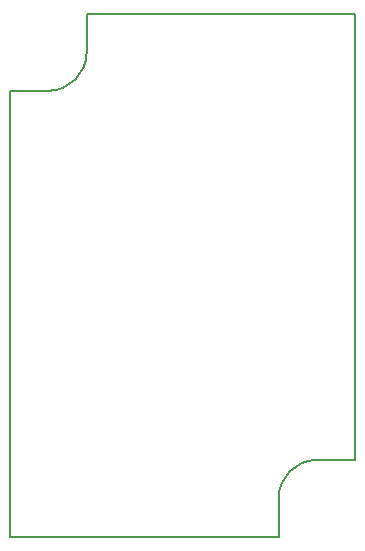
<source format=gbr>
%TF.GenerationSoftware,KiCad,Pcbnew,9.0.3*%
%TF.CreationDate,2025-07-22T15:46:12+03:00*%
%TF.ProjectId,buzzer_door_detect_board,62757a7a-6572-45f6-946f-6f725f646574,rev?*%
%TF.SameCoordinates,Original*%
%TF.FileFunction,Profile,NP*%
%FSLAX46Y46*%
G04 Gerber Fmt 4.6, Leading zero omitted, Abs format (unit mm)*
G04 Created by KiCad (PCBNEW 9.0.3) date 2025-07-22 15:46:12*
%MOMM*%
%LPD*%
G01*
G04 APERTURE LIST*
%TA.AperFunction,Profile*%
%ADD10C,0.200000*%
%TD*%
G04 APERTURE END LIST*
D10*
X40250000Y-87250000D02*
X40250000Y-49500000D01*
X69500000Y-80749670D02*
X69500000Y-43000000D01*
X46750330Y-46250330D02*
G75*
G02*
X43500330Y-49500330I-3250330J330D01*
G01*
X40250000Y-87250000D02*
X63000000Y-87250000D01*
X69500000Y-43000000D02*
X46750000Y-43000000D01*
X46750000Y-43000000D02*
X46750000Y-46250000D01*
X63000000Y-87250000D02*
X63000000Y-84000000D01*
X66250000Y-80749670D02*
X69500000Y-80749670D01*
X62999670Y-83999670D02*
G75*
G02*
X66249670Y-80749670I3250330J-330D01*
G01*
X43500000Y-49500330D02*
X40250000Y-49500000D01*
M02*

</source>
